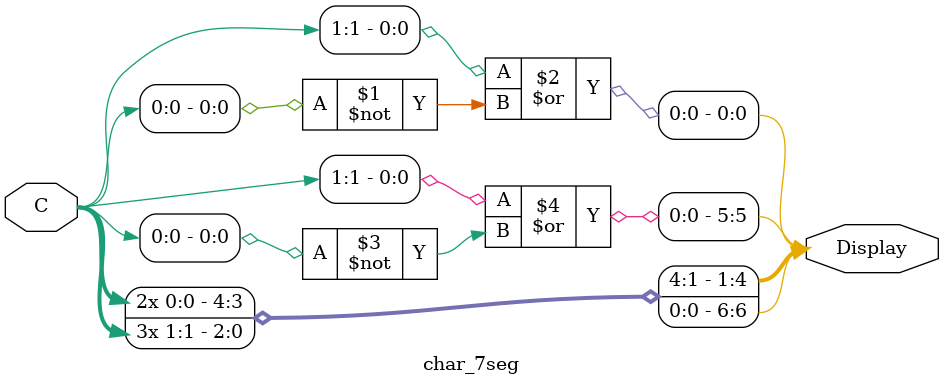
<source format=v>
module part6(CLOCK_50, SW, HEX0, HEX1, HEX2, HEX3, HEX4, HEX5);

	input CLOCK_50;
	input [9:0] SW;
	output [0:6] HEX0, HEX1, HEX2, HEX3, HEX4, HEX5;

	wire [1:0] M0, M1, M2, M3, M4, M5;
	
	wire [2:0] my_sw;

	wire [25:0] holder;

//50M is 10111110101111000010000000 in binary

	timed_SW mytimer(CLOCK_50, SW[0], holder, my_sw);

	mux_2bit_6to1 U0 (my_sw, 2'b10, 2'b11, 2'b11, 2'b11, 2'b00, 2'b01, M0);
	char_7seg H0 (M0, HEX0);

	mux_2bit_6to1 U1 (my_sw, 2'b01, 2'b10, 2'b11, 2'b11, 2'b11, 2'b00, M1);
	char_7seg H1 (M1, HEX1);

	mux_2bit_6to1 U2 (my_sw, 2'b00, 2'b01, 2'b10, 2'b11, 2'b11, 2'b11, M2);
	char_7seg H2 (M2, HEX2);

	mux_2bit_6to1 U3 (my_sw, 2'b11, 2'b00, 2'b01, 2'b10, 2'b11, 2'b11, M3);
	char_7seg H3 (M3, HEX3);

	mux_2bit_6to1 U4 (my_sw, 2'b11, 2'b11, 2'b00, 2'b01, 2'b10, 2'b11, M4);
	char_7seg H4 (M4, HEX4);

	mux_2bit_6to1 U5 (my_sw, 2'b11, 2'b11, 2'b11, 2'b00, 2'b01, 2'b10, M5);
	char_7seg H5 (M5, HEX5);

endmodule

module timed_SW (Clk, reset, hold, out);

	input Clk, reset;
	output reg [25:0] hold;
	output reg [2:0] out;
	
	always @(posedge Clk)
	begin
		if ((reset == 0) | (out == 3'b110)) begin
			out = 3'b0;
			hold = 26'b0;
			end
		else if (hold == 26'b10111110101111000010000000) begin
			out <= out + 1;
			hold = 26'b0;
			end
		else
			hold <= hold + 1;
	end

endmodule

//2-bit wide 6 to 1 mux
module mux_2bit_6to1 (S, U, V, W, X, Y, Z, M);
	input [1:0] U, V, W, X, Y, Z;
	input [2:0] S;
	output [1:0] M;

	wire [1:0] f,g,h,l;

	assign f[0] = (~S[0] & U[0]) | (S[0] & V[0]);
	assign f[1] = (~S[0] & U[1]) | (S[0] & V[1]);

	assign g[0] = (~S[0] & W[0]) | (S[0] & X[0]);
	assign g[1] = (~S[0] & W[1]) | (S[0] & X[1]);

	assign h[0] = (~S[0] & Y[0]) | (S[0] & Z[0]);
	assign h[1] = (~S[0] & Y[1]) | (S[0] & Z[1]);

	assign l[0] = (~S[1] & f[0]) | (S[1] & g[0]);
	assign l[1] = (~S[1] & f[1]) | (S[1] & g[1]);

	assign M[0] = (~S[2] & l[0]) | (S[2] & h[0]);
	assign M[1] = (~S[2] & l[1]) | (S[2] & h[1]);
endmodule

//7-seg decoder for d, E, 1 and 'blank'
module char_7seg(C, Display);
	input [1:0] C;
	output [0:6] Display;

	assign Display[0] = C[1] | (~C[0]);
	assign Display[1] = C[0];
	assign Display[2] = C[0];
	assign Display[3] = C[1];
	assign Display[4] = C[1];
	assign Display[5] = C[1] | (~C[0]);
	assign Display[6] = C[1];

endmodule

</source>
